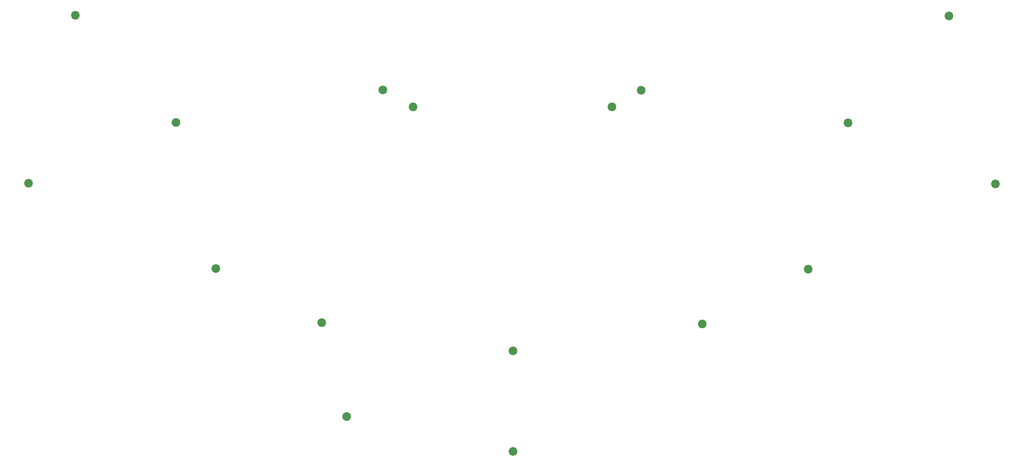
<source format=gbr>
G04 #@! TF.GenerationSoftware,KiCad,Pcbnew,(6.0.7)*
G04 #@! TF.CreationDate,2023-01-10T18:41:08-06:00*
G04 #@! TF.ProjectId,voxcertus-bottom,766f7863-6572-4747-9573-2d626f74746f,1.7*
G04 #@! TF.SameCoordinates,Original*
G04 #@! TF.FileFunction,Soldermask,Top*
G04 #@! TF.FilePolarity,Negative*
%FSLAX46Y46*%
G04 Gerber Fmt 4.6, Leading zero omitted, Abs format (unit mm)*
G04 Created by KiCad (PCBNEW (6.0.7)) date 2023-01-10 18:41:08*
%MOMM*%
%LPD*%
G01*
G04 APERTURE LIST*
%ADD10C,2.200000*%
G04 APERTURE END LIST*
D10*
X114861200Y-147640162D03*
X232600000Y-110077200D03*
X189980000Y-64427200D03*
X268440000Y-45427200D03*
X33800000Y-88157200D03*
X157279200Y-130881200D03*
X81510000Y-109927200D03*
X205539200Y-124023200D03*
X157279200Y-156579792D03*
X45680000Y-45300200D03*
X124130000Y-64297200D03*
X182530000Y-68627200D03*
X108511200Y-123697200D03*
X71380000Y-72627200D03*
X131813400Y-68617400D03*
X280300000Y-88317200D03*
X242730000Y-72757200D03*
M02*

</source>
